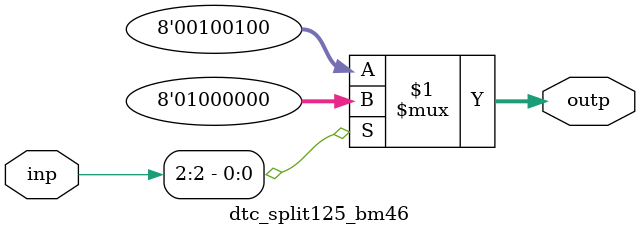
<source format=v>
module dtc_split125_bm46 (
	input  wire [5-1:0] inp,
	output wire [8-1:0] outp
);


	assign outp = (inp[2]) ? 8'b01000000 : 8'b00100100;

endmodule
</source>
